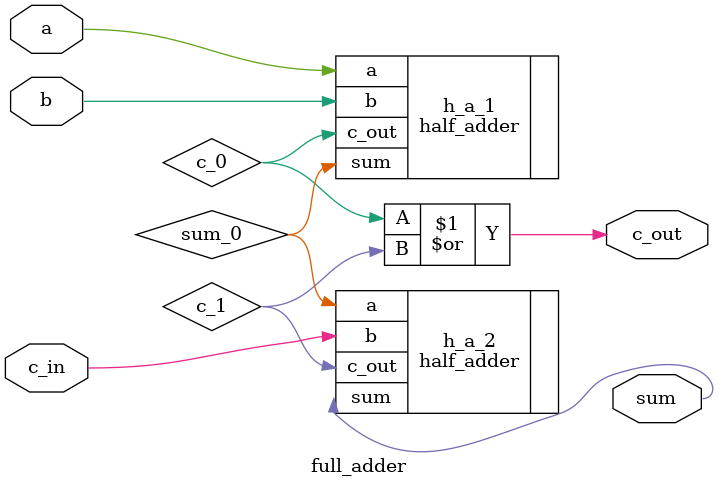
<source format=v>
`timescale 1ns / 1ps


module full_adder(
    output sum,  
    output c_out,
    input a,
    input b,
    input c_in 
    );    
    wire sum_0, c_0, c_1;
   
    // instantiem 2 module half_adder
    
    // sum_0 = a ^ b
    // c_0 = a*b
    half_adder h_a_1(.sum(sum_0), .c_out(c_0), .a(a), .b(b));
    
    // sum = sum_0 ^ c_in = a ^ b ^ c_in
    // c_1 = sum_0 * c_in = (a^b)*c_in
    half_adder h_a_2(.sum(sum), .c_out(c_1), .a(sum_0), .b(c_in));
    
    // c_out = c_0 + c_1 = (a*b) + (a^b)*c_in
    or(c_out, c_0, c_1);
endmodule

</source>
